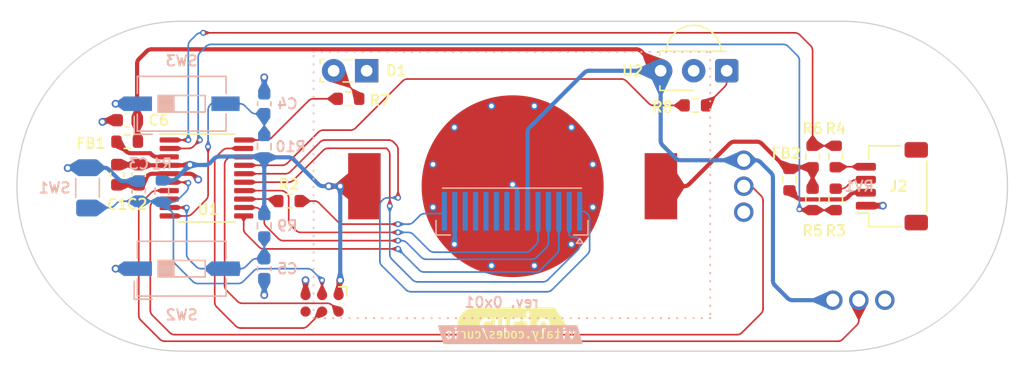
<source format=kicad_pcb>
(kicad_pcb (version 20221018) (generator pcbnew)
  (layers (0 "F.Cu" signal) (1 "In1.Cu" power) (2 "In2.Cu" power) (31 "B.Cu" signal) (34 "B.Paste" user) (35 "F.Paste" user) (36 "B.SilkS" user "B.Silkscreen") (37 "F.SilkS" user "F.Silkscreen") (38 "B.Mask" user) (39 "F.Mask" user) (44 "Edge.Cuts" user))
  (net 0 "")
  (net 1 "+BATT")
  (net 2 "/RST")
  (net 3 "/BTN_B")
  (net 4 "/BTN_A")
  (net 5 "Vdrive")
  (net 6 "Net-(D1-A)")
  (net 7 "/VDD_EXT")
  (net 8 "Net-(J1-Pin_2)")
  (net 9 "Net-(J1-Pin_4)")
  (net 11 "Net-(J2-Pin_3)")
  (net 12 "Net-(J2-Pin_4)")
  (net 13 "/LCD_BLK")
  (net 14 "Net-(U3-LED_A)")
  (net 15 "/I2C_SDA")
  (net 16 "/I2C_SCL")
  (net 17 "/IR_TX")
  (net 18 "/IR_RX")
  (net 19 "Net-(U2-OUT)")
  (net 20 "/THUMB_X")
  (net 21 "/THUMB_Y")
  (net 22 "/LCD_A0")
  (net 23 "/LCD_SCLK")
  (net 24 "/LCD_SDA")
  (net 25 "/LCD_RST")
  (net 26 "/LCD_CS")
  (net 27 "GND")
  (net 33 "/V_EXT")
  (footprint "Capacitor_SMD:C_0603_1608Metric" (layer "F.Cu") (at 113.538 96.901 -90)
    (fp_text reference "C2")
    (fp_text value "100nF")
  )
  (footprint "Resistor_SMD:R_0603_1608Metric" (layer "F.Cu") (at 125.095 98.933)
    (fp_text reference "R2")
    (fp_text value "190R")
  )
  (footprint "kibuzzard-633E88FC" (layer "F.Cu") (at 142.24 108.458)
    (fp_text reference "kibuzzard-633E88FC" hide)
    (fp_text value "G***" hide)
  )
  (footprint "Package_SO:TSSOP-20_4.4x6.5mm_P0.65mm" (layer "F.Cu") (at 118.745 97.155)
    (fp_text reference "U1")
    (fp_text value "STM32G0xxFx")
  )
  (footprint "Resistor_SMD:R_0603_1608Metric" (layer "F.Cu") (at 165.354 98.806 -90)
    (fp_text reference "R5")
    (fp_text value "4K7")
  )
  (footprint "LED_THT:LED_SideEmitter_Rectangular_W4.5mm_H1.6mm" (layer "F.Cu") (at 131.064 88.9 180)
    (fp_text reference "D1")
    (fp_text value "IRL81A")
  )
  (footprint "Resistor_SMD:R_0603_1608Metric" (layer "F.Cu") (at 156.337 91.567)
    (fp_text reference "R8")
    (fp_text value "190R")
  )
  (footprint "lib:Tag-Connect_TC2030-IDC-NL_2x03_P1.27mm_Vertical" (layer "F.Cu") (at 127.635 106.807 180)
    (fp_text reference "J1" hide)
    (fp_text value "TagConnect")
  )
  (footprint "OptoDevice:Vishay_MINICAST-3Pin" (layer "F.Cu") (at 158.75 88.9 180)
    (fp_text reference "U2")
    (fp_text value "TSSP58038")
  )
  (footprint "Resistor_SMD:R_0603_1608Metric" (layer "F.Cu") (at 129.667 91.059 180)
    (fp_text reference "R7")
    (fp_text value "1K")
  )
  (footprint "Capacitor_SMD:C_0603_1608Metric" (layer "F.Cu") (at 111.887 96.901 -90)
    (fp_text reference "C1")
    (fp_text value "10uF")
  )
  (footprint "Resistor_SMD:R_0603_1608Metric" (layer "F.Cu") (at 112.649 94.361 180)
    (fp_text reference "FB1")
    (fp_text value "FerriteBead")
  )
  (footprint "Resistor_SMD:R_0603_1608Metric" (layer "F.Cu") (at 167.132 98.806 90)
    (fp_text reference "R3")
    (fp_text value "190R")
  )
  (footprint "Capacitor_SMD:C_0603_1608Metric" (layer "F.Cu") (at 112.649 92.71 180)
    (fp_text reference "C6")
    (fp_text value "10uF")
  )
  (footprint "Connector_JST:JST_SH_SM04B-SRSS-TB_1x04-1MP_P1.00mm_Horizontal" (layer "F.Cu") (at 171.45 97.79 90)
    (fp_text reference "J2")
    (fp_text value "Qwiic")
  )
  (footprint "Resistor_SMD:R_0603_1608Metric" (layer "F.Cu") (at 167.132 95.504 -90)
    (fp_text reference "R4")
    (fp_text value "190R")
  )
  (footprint "Resistor_SMD:R_0603_1608Metric" (layer "F.Cu") (at 163.576 97.282 90)
    (fp_text reference "FB2")
    (fp_text value "FerriteBead")
  )
  (footprint "Resistor_SMD:R_0603_1608Metric" (layer "F.Cu") (at 165.354 95.504 90)
    (fp_text reference "R6")
    (fp_text value "4K7")
  )
  (footprint "curio:BatteryHolder-Lynx-BAT-HLD-001" (layer "F.Cu") (at 142.289912 97.79)
    (fp_text reference "BT1" hide)
    (fp_text value "CR2030")
  )
  (footprint "Resistor_SMD:R_0603_1608Metric" (layer "B.Cu") (at 123.19 100.838 -90)
    (fp_text reference "R9")
    (fp_text value "10K")
  )
  (footprint "kibuzzard-633E88B5" (layer "B.Cu") (at 142.113 109.22 180)
    (fp_text reference "kibuzzard-633E88B5" hide)
    (fp_text value "G***" hide)
  )
  (footprint "Button_Switch_SMD:SW_DIP_SPSTx01_Slide_6.7x4.1mm_W6.73mm_P2.54mm_LowProfile_JPin" (layer "B.Cu") (at 116.84 104.14)
    (fp_text reference "SW2")
    (fp_text value "BTN_A")
  )
  (footprint "Resistor_SMD:R_0603_1608Metric" (layer "B.Cu") (at 123.19 94.742 90)
    (fp_text reference "R10")
    (fp_text value "10K")
  )
  (footprint "Resistor_SMD:R_1206_3216Metric_Pad1.30x1.75mm_HandSolder" (layer "B.Cu") (at 109.601 97.917 -90)
    (fp_text reference "SW1")
    (fp_text value "Reset")
  )
  (footprint "Capacitor_SMD:C_0603_1608Metric" (layer "B.Cu") (at 123.19 91.44 90)
    (fp_text reference "C4")
    (fp_text value "100nF")
  )
  (footprint "curio:Thumbstick" (layer "B.Cu") (at 168.91 97.79 180)
    (fp_text reference "RV1")
    (fp_text value "Thumbstick")
  )
  (footprint "Capacitor_SMD:C_0603_1608Metric" (layer "B.Cu") (at 123.19 104.14 -90)
    (fp_text reference "C5")
    (fp_text value "100nF")
  )
  (footprint "Button_Switch_SMD:SW_DIP_SPSTx01_Slide_6.7x4.1mm_W6.73mm_P2.54mm_LowProfile_JPin" (layer "B.Cu") (at 116.84 91.44)
    (fp_text reference "SW3")
    (fp_text value "BTN_B")
  )
  (footprint "Resistor_SMD:R_0603_1608Metric" (layer "B.Cu") (at 115.316 98.171 -90)
    (fp_text reference "R1")
    (fp_text value "10K")
  )
  (footprint "curio:LCD_FPC_1x14_P0.80mm" (layer "B.Cu") (at 142.24 100.224112)
    (fp_text reference "U3" hide)
    (fp_text value "LCD12864")
  )
  (footprint "Capacitor_SMD:C_0603_1608Metric" (layer "B.Cu") (at 113.538 98.171 90)
    (fp_text reference "C3")
    (fp_text value "100nF")
  )
  (gr_rect (start 126.98 87.45) (end 157.48 107.95) (stroke (width 0.15) (type dot)) (fill none) (layer "B.SilkS"))
  (gr_line (start 116.875245 110.49) (end 167.64 110.49) (stroke (width 0.1)) (layer "Edge.Cuts"))
  (gr_arc (start 116.875245 110.49) (mid 104.175245 97.79) (end 116.875245 85.09) (stroke (width 0.1)) (layer "Edge.Cuts"))
  (gr_line (start 116.875245 85.09) (end 167.64 85.09) (stroke (width 0.1)) (layer "Edge.Cuts"))
  (gr_arc (start 167.64 85.09) (mid 180.34 97.79) (end 167.64 110.49) (stroke (width 0.1)) (layer "Edge.Cuts"))
  (gr_text "rev. 0x01" (at 144.399 107.188) (layer "B.SilkS") (effects (font (size 0.8 0.8) (thickness 0.14) bold) (justify left bottom mirror)))
  (segment (start 163.576 96.457) (end 163.386 96.457) (width 0.32) (layer "F.Cu") (net 1))
  (segment (start 165.354 97.981) (end 165.354 96.329) (width 0.32) (layer "F.Cu") (net 1))
  (segment (start 111.887 96.126) (end 111.9 96.139) (width 0.32) (layer "F.Cu") (net 1))
  (segment (start 128.905 106.172) (end 128.905 105.156) (width 0.32) (layer "F.Cu") (net 1))
  (segment (start 113.538 96.126) (end 113.592 96.18) (width 0.32) (layer "F.Cu") (net 1))
  (segment (start 113.525 96.139) (end 113.538 96.126) (width 0.32) (layer "F.Cu") (net 1))
  (segment (start 161.062183 94.361) (end 159.358817 94.361) (width 0.32) (layer "F.Cu") (net 1))
  (segment (start 117.449394 96.18) (end 115.8825 96.18) (width 0.32) (layer "F.Cu") (net 1))
  (segment (start 165.354 96.329) (end 163.704 96.329) (width 0.32) (layer "F.Cu") (net 1))
  (segment (start 128.905 105.156) (end 129.032 105.029) (width 0.32) (layer "F.Cu") (net 1))
  (segment (start 155.474183 97.79) (end 153.689912 97.79) (width 0.32) (layer "F.Cu") (net 1))
  (segment (start 163.704 96.329) (end 163.576 96.457) (width 0.32) (layer "F.Cu") (net 1))
  (segment (start 111.9 96.139) (end 113.525 96.139) (width 0.32) (layer "F.Cu") (net 1))
  (segment (start 128.143 97.79) (end 130.889912 97.79) (width 0.32) (layer "F.Cu") (net 1))
  (segment (start 158.969908 94.522092) (end 155.863091 97.628909) (width 0.32) (layer "F.Cu") (net 1))
  (segment (start 113.592 96.18) (end 115.8825 96.18) (width 0.32) (layer "F.Cu") (net 1))
  (segment (start 163.386 96.457) (end 161.451091 94.522091) (width 0.32) (layer "F.Cu") (net 1))
  (via (at 117.475 96.139) (size 0.6) (drill 0.35) (layers "F.Cu" "B.Cu") (net 1))
  (via (at 128.143 97.79) (size 0.6) (drill 0.35) (layers "F.Cu" "B.Cu") (net 1))
  (via (at 129.032 105.029) (size 0.6) (drill 0.35) (layers "F.Cu" "B.Cu") (net 1))
  (via (at 129.032 97.79) (size 0.6) (drill 0.35) (layers "F.Cu" "B.Cu") (net 1))
  (arc (start 159.358817 94.361) (mid 159.148341 94.402866) (end 158.969908 94.522092) (width 0.32) (layer "F.Cu") (net 1))
  (arc (start 155.863091 97.628909) (mid 155.684658 97.748134) (end 155.474183 97.79) (width 0.32) (layer "F.Cu") (net 1))
  (arc (start 161.451091 94.522091) (mid 161.272659 94.402866) (end 161.062183 94.361) (width 0.32) (layer "F.Cu") (net 1))
  (segment (start 116.040183 97.346) (end 115.316 97.346) (width 0.32) (layer "B.Cu") (net 1))
  (segment (start 123.19 95.567) (end 123.19 100.013) (width 0.32) (layer "B.Cu") (net 1))
  (segment (start 123.127 95.504) (end 123.19 95.567) (width 0.32) (layer "B.Cu") (net 1))
  (segment (start 119.017697 95.993303) (end 119.345908 95.665092) (width 0.32) (layer "B.Cu") (net 1))
  (segment (start 119.734817 95.504) (end 123.127 95.504) (width 0.32) (layer "B.Cu") (net 1))
  (segment (start 129.032 105.029) (end 129.032 97.79) (width 0.32) (layer "B.Cu") (net 1))
  (segment (start 117.476402 96.152992) (end 118.701013 96.152992) (width 0.32) (layer "B.Cu") (net 1))
  (segment (start 129.032 97.79) (end 127.735817 97.79) (width 0.32) (layer "B.Cu") (net 1))
  (segment (start 117.475 96.154394) (end 117.476402 96.152992) (width 0.32) (layer "B.Cu") (net 1))
  (segment (start 127.346908 97.628908) (end 125.446091 95.728091) (width 0.32) (layer "B.Cu") (net 1))
  (segment (start 117.459606 96.154394) (end 116.429091 97.184909) (width 0.32) (layer "B.Cu") (net 1))
  (segment (start 125.057183 95.567) (end 123.19 95.567) (width 0.32) (layer "B.Cu") (net 1))
  (segment (start 117.475 96.154394) (end 117.459606 96.154394) (width 0.32) (layer "B.Cu") (net 1))
  (arc (start 125.446091 95.728091) (mid 125.267658 95.608866) (end 125.057183 95.567) (width 0.32) (layer "B.Cu") (net 1))
  (arc (start 127.346908 97.628908) (mid 127.525341 97.748133) (end 127.735817 97.79) (width 0.32) (layer "B.Cu") (net 1))
  (arc (start 119.345908 95.665092) (mid 119.524341 95.545867) (end 119.734817 95.504) (width 0.32) (layer "B.Cu") (net 1))
  (arc (start 116.429091 97.184909) (mid 116.250659 97.304134) (end 116.040183 97.346) (width 0.32) (layer "B.Cu") (net 1))
  (arc (start 118.701013 96.152992) (mid 118.872047 96.097672) (end 119.017697 95.993303) (width 0.32) (layer "B.Cu") (net 1))
  (segment (start 115.8825 97.48) (end 117.292 97.48) (width 0.127) (layer "F.Cu") (net 2))
  (segment (start 117.292 97.48) (end 117.348 97.536) (width 0.127) (layer "F.Cu") (net 2))
  (segment (start 127.635 105.029) (end 127.635 106.172) (width 0.127) (layer "F.Cu") (net 2))
  (via (at 127.635 105.029) (size 0.4572) (drill 0.254) (layers "F.Cu" "B.Cu") (net 2))
  (via (at 117.348 97.536) (size 0.4572) (drill 0.254) (layers "F.Cu" "B.Cu") (net 2))
  (segment (start 126.907092 104.301092) (end 127.635 105.029) (width 0.127) (layer "B.Cu") (net 2))
  (segment (start 109.627 99.441) (end 111.278183 99.441) (width 0.127) (layer "B.Cu") (net 2))
  (segment (start 116.166183 98.996) (end 115.316 98.996) (width 0.127) (layer "B.Cu") (net 2))
  (segment (start 112.228817 98.946) (end 113.538 98.946) (width 0.127) (layer "B.Cu") (net 2))
  (segment (start 115.266 98.946) (end 115.316 98.996) (width 0.127) (layer "B.Cu") (net 2))
  (segment (start 117.348 97.536) (end 117.348 97.814183) (width 0.127) (layer "B.Cu") (net 2))
  (segment (start 121.573092 105.121908) (end 122.393909 104.301091) (width 0.127) (layer "B.Cu") (net 2))
  (segment (start 116.366092 103.793092) (end 117.694909 105.121909) (width 0.127) (layer "B.Cu") (net 2))
  (segment (start 122.782817 104.14) (end 126.518183 104.14) (width 0.127) (layer "B.Cu") (net 2))
  (segment (start 116.205 100.112817) (end 116.205 103.404183) (width 0.127) (layer "B.Cu") (net 2))
  (segment (start 115.316 98.996) (end 116.043909 99.723909) (width 0.127) (layer "B.Cu") (net 2))
  (segment (start 109.601 99.467) (end 109.627 99.441) (width 0.127) (layer "B.Cu") (net 2))
  (segment (start 117.186908 98.203092) (end 116.555091 98.834909) (width 0.127) (layer "B.Cu") (net 2))
  (segment (start 111.667092 99.279908) (end 111.839909 99.107091) (width 0.127) (layer "B.Cu") (net 2))
  (segment (start 113.538 98.946) (end 115.266 98.946) (width 0.127) (layer "B.Cu") (net 2))
  (segment (start 118.083817 105.283) (end 121.184183 105.283) (width 0.127) (layer "B.Cu") (net 2))
  (arc (start 121.573092 105.121908) (mid 121.394659 105.241133) (end 121.184183 105.283) (width 0.127) (layer "B.Cu") (net 2))
  (arc (start 126.907092 104.301092) (mid 126.728659 104.181867) (end 126.518183 104.14) (width 0.127) (layer "B.Cu") (net 2))
  (arc (start 111.667092 99.279908) (mid 111.488659 99.399133) (end 111.278183 99.441) (width 0.127) (layer "B.Cu") (net 2))
  (arc (start 118.083817 105.283) (mid 117.873341 105.241134) (end 117.694909 105.121909) (width 0.127) (layer "B.Cu") (net 2))
  (arc (start 116.205 103.404183) (mid 116.246866 103.614659) (end 116.366092 103.793092) (width 0.127) (layer "B.Cu") (net 2))
  (arc (start 116.555091 98.834909) (mid 116.376658 98.954134) (end 116.166183 98.996) (width 0.127) (layer "B.Cu") (net 2))
  (arc (start 111.839909 99.107091) (mid 112.018342 98.987866) (end 112.228817 98.946) (width 0.127) (layer "B.Cu") (net 2))
  (arc (start 117.186908 98.203092) (mid 117.306133 98.024659) (end 117.348 97.814183) (width 0.127) (layer "B.Cu") (net 2))
  (arc (start 116.205 100.112817) (mid 116.163134 99.902341) (end 116.043909 99.723909) (width 0.127) (layer "B.Cu") (net 2))
  (arc (start 122.782817 104.14) (mid 122.572341 104.181866) (end 122.393909 104.301091) (width 0.127) (layer "B.Cu") (net 2))
  (segment (start 118.710908 98.840092) (end 117.632091 99.918909) (width 0.127) (layer "F.Cu") (net 3))
  (segment (start 118.872 94.742) (end 118.872 98.451183) (width 0.127) (layer "F.Cu") (net 3))
  (segment (start 117.243183 100.08) (end 115.8825 100.08) (width 0.127) (layer "F.Cu") (net 3))
  (via (at 118.872 94.742) (size 0.4572) (drill 0.254) (layers "F.Cu" "B.Cu") (net 3))
  (arc (start 118.872 98.451183) (mid 118.830134 98.661659) (end 118.710908 98.840092) (width 0.127) (layer "F.Cu") (net 3))
  (arc (start 117.243183 100.08) (mid 117.453659 100.038134) (end 117.632091 99.918909) (width 0.127) (layer "F.Cu") (net 3))
  (segment (start 123.19 93.917) (end 123.19 92.215) (width 0.127) (layer "B.Cu") (net 3))
  (segment (start 119.033092 91.532908) (end 119.126 91.44) (width 0.127) (layer "B.Cu") (net 3))
  (segment (start 121.311183 91.44) (end 120.205 91.44) (width 0.127) (layer "B.Cu") (net 3))
  (segment (start 123.19 92.215) (end 122.541817 92.215) (width 0.127) (layer "B.Cu") (net 3))
  (segment (start 118.872 94.742) (end 118.872 91.921817) (width 0.127) (layer "B.Cu") (net 3))
  (segment (start 122.152908 92.053908) (end 121.700091 91.601091) (width 0.127) (layer "B.Cu") (net 3))
  (segment (start 119.126 91.44) (end 120.205 91.44) (width 0.127) (layer "B.Cu") (net 3))
  (arc (start 121.311183 91.44) (mid 121.521659 91.481866) (end 121.700091 91.601091) (width 0.127) (layer "B.Cu") (net 3))
  (arc (start 119.033092 91.532908) (mid 118.913867 91.711341) (end 118.872 91.921817) (width 0.127) (layer "B.Cu") (net 3))
  (arc (start 122.541817 92.215) (mid 122.331341 92.173134) (end 122.152908 92.053908) (width 0.127) (layer "B.Cu") (net 3))
  (segment (start 117.21 99.43) (end 115.8825 99.43) (width 0.127) (layer "F.Cu") (net 4))
  (segment (start 117.221 99.441) (end 117.21 99.43) (width 0.127) (layer "F.Cu") (net 4))
  (via (at 117.221 99.441) (size 0.4572) (drill 0.254) (layers "F.Cu" "B.Cu") (net 4))
  (segment (start 117.221 99.441) (end 117.221 103.023183) (width 0.127) (layer "B.Cu") (net 4))
  (segment (start 118.337817 104.14) (end 120.205 104.14) (width 0.127) (layer "B.Cu") (net 4))
  (segment (start 122.216408 103.526092) (end 121.763591 103.978909) (width 0.127) (layer "B.Cu") (net 4))
  (segment (start 123.19 103.365) (end 123.19 101.663) (width 0.127) (layer "B.Cu") (net 4))
  (segment (start 121.374683 104.14) (end 120.205 104.14) (width 0.127) (layer "B.Cu") (net 4))
  (segment (start 117.382092 103.412092) (end 117.948909 103.978909) (width 0.127) (layer "B.Cu") (net 4))
  (segment (start 123.19 103.365) (end 122.605317 103.365) (width 0.127) (layer "B.Cu") (net 4))
  (arc (start 122.216408 103.526092) (mid 122.394841 103.406867) (end 122.605317 103.365) (width 0.127) (layer "B.Cu") (net 4))
  (arc (start 117.948909 103.978909) (mid 118.127342 104.098134) (end 118.337817 104.14) (width 0.127) (layer "B.Cu") (net 4))
  (arc (start 121.763591 103.978909) (mid 121.585158 104.098134) (end 121.374683 104.14) (width 0.127) (layer "B.Cu") (net 4))
  (arc (start 117.382092 103.412092) (mid 117.262867 103.233659) (end 117.221 103.023183) (width 0.127) (layer "B.Cu") (net 4))
  (segment (start 113.411 94.298) (end 113.411 92.723) (width 0.32) (layer "F.Cu") (net 5))
  (segment (start 113.411 92.723) (end 113.424 92.71) (width 0.32) (layer "F.Cu") (net 5))
  (segment (start 113.572092 87.976908) (end 114.138909 87.410091) (width 0.32) (layer "F.Cu") (net 5))
  (segment (start 114.527817 87.249) (end 151.791183 87.249) (width 0.32) (layer "F.Cu") (net 5))
  (segment (start 113.474 94.361) (end 113.411 94.298) (width 0.32) (layer "F.Cu") (net 5))
  (segment (start 113.424 92.71) (end 113.411 92.697) (width 0.32) (layer "F.Cu") (net 5))
  (segment (start 113.411 92.697) (end 113.411 88.365817) (width 0.32) (layer "F.Cu") (net 5))
  (segment (start 152.180092 87.410092) (end 153.67 88.9) (width 0.32) (layer "F.Cu") (net 5))
  (arc (start 114.138909 87.410091) (mid 114.317342 87.290866) (end 114.527817 87.249) (width 0.32) (layer "F.Cu") (net 5))
  (arc (start 113.572092 87.976908) (mid 113.452867 88.155341) (end 113.411 88.365817) (width 0.32) (layer "F.Cu") (net 5))
  (arc (start 152.180092 87.410092) (mid 152.001659 87.290867) (end 151.791183 87.249) (width 0.32) (layer "F.Cu") (net 5))
  (segment (start 162.144908 96.739908) (end 161.356091 95.951091) (width 0.32) (layer "B.Cu") (net 5))
  (segment (start 160.967183 95.79) (end 160.06 95.79) (width 0.32) (layer "B.Cu") (net 5))
  (segment (start 148.182817 88.9) (end 153.67 88.9) (width 0.32) (layer "B.Cu") (net 5))
  (segment (start 143.44 99.716112) (end 143.44 93.642817) (width 0.32) (layer "B.Cu") (net 5))
  (segment (start 162.306 105.055183) (end 162.306 97.128817) (width 0.32) (layer "B.Cu") (net 5))
  (segment (start 153.67 88.9) (end 153.67 94.260183) (width 0.32) (layer "B.Cu") (net 5))
  (segment (start 153.831092 94.649092) (end 154.810909 95.628909) (width 0.32) (layer "B.Cu") (net 5))
  (segment (start 143.601092 93.253908) (end 147.793909 89.061091) (width 0.32) (layer "B.Cu") (net 5))
  (segment (start 166.91 106.565) (end 163.815817 106.565) (width 0.32) (layer "B.Cu") (net 5))
  (segment (start 155.199817 95.79) (end 160.06 95.79) (width 0.32) (layer "B.Cu") (net 5))
  (segment (start 163.426908 106.403908) (end 162.467091 105.444091) (width 0.32) (layer "B.Cu") (net 5))
  (arc (start 162.306 105.055183) (mid 162.347866 105.265659) (end 162.467091 105.444091) (width 0.32) (layer "B.Cu") (net 5))
  (arc (start 162.306 97.128817) (mid 162.264134 96.918341) (end 162.144908 96.739908) (width 0.32) (layer "B.Cu") (net 5))
  (arc (start 153.831092 94.649092) (mid 153.711867 94.470659) (end 153.67 94.260183) (width 0.32) (layer "B.Cu") (net 5))
  (arc (start 154.810909 95.628909) (mid 154.989342 95.748134) (end 155.199817 95.79) (width 0.32) (layer "B.Cu") (net 5))
  (arc (start 163.426908 106.403908) (mid 163.605341 106.523133) (end 163.815817 106.565) (width 0.32) (layer "B.Cu") (net 5))
  (arc (start 143.44 93.642817) (mid 143.481866 93.432341) (end 143.601092 93.253908) (width 0.32) (layer "B.Cu") (net 5))
  (arc (start 160.967183 95.79) (mid 161.177659 95.831866) (end 161.356091 95.951091) (width 0.32) (layer "B.Cu") (net 5))
  (arc (start 148.182817 88.9) (mid 147.972341 88.941866) (end 147.793909 89.061091) (width 0.32) (layer "B.Cu") (net 5))
  (segment (start 130.492 90.868) (end 130.492 91.059) (width 0.127) (layer "F.Cu") (net 6))
  (segment (start 128.524 88.9) (end 130.492 90.868) (width 0.127) (layer "F.Cu") (net 6))
  (segment (start 167.666183 98.806) (end 164.502817 98.806) (width 0.32) (layer "F.Cu") (net 7))
  (segment (start 168.248908 98.451092) (end 168.055091 98.644909) (width 0.32) (layer "F.Cu") (net 7))
  (segment (start 169.45 98.29) (end 168.637817 98.29) (width 0.32) (layer "F.Cu") (net 7))
  (segment (start 164.113908 98.644908) (end 163.576 98.107) (width 0.32) (layer "F.Cu") (net 7))
  (arc (start 167.666183 98.806) (mid 167.876659 98.764134) (end 168.055091 98.644909) (width 0.32) (layer "F.Cu") (net 7))
  (arc (start 168.637817 98.29) (mid 168.427341 98.331866) (end 168.248908 98.451092) (width 0.32) (layer "F.Cu") (net 7))
  (arc (start 164.502817 98.806) (mid 164.292341 98.764134) (end 164.113908 98.644908) (width 0.32) (layer "F.Cu") (net 7))
  (segment (start 121.6075 95.53) (end 120.724817 95.53) (width 0.127) (layer "F.Cu") (net 8))
  (segment (start 120.303092 105.825092) (end 121.123909 106.645909) (width 0.127) (layer "F.Cu") (net 8))
  (segment (start 128.431092 106.968092) (end 128.905 107.442) (width 0.127) (layer "F.Cu") (net 8))
  (segment (start 120.335908 95.691092) (end 120.303091 95.723909) (width 0.127) (layer "F.Cu") (net 8))
  (segment (start 120.142 96.112817) (end 120.142 105.436183) (width 0.127) (layer "F.Cu") (net 8))
  (segment (start 121.512817 106.807) (end 128.042183 106.807) (width 0.127) (layer "F.Cu") (net 8))
  (arc (start 120.142 96.112817) (mid 120.183866 95.902341) (end 120.303091 95.723909) (width 0.127) (layer "F.Cu") (net 8))
  (arc (start 120.724817 95.53) (mid 120.514341 95.571866) (end 120.335908 95.691092) (width 0.127) (layer "F.Cu") (net 8))
  (arc (start 121.123909 106.645909) (mid 121.302342 106.765134) (end 121.512817 106.807) (width 0.127) (layer "F.Cu") (net 8))
  (arc (start 128.042183 106.807) (mid 128.252659 106.848866) (end 128.431092 106.968092) (width 0.127) (layer "F.Cu") (net 8))
  (arc (start 120.303092 105.825092) (mid 120.183867 105.646659) (end 120.142 105.436183) (width 0.127) (layer "F.Cu") (net 8))
  (segment (start 119.541092 107.095092) (end 120.996909 108.550909) (width 0.127) (layer "F.Cu") (net 9))
  (segment (start 119.969908 95.041092) (end 119.541091 95.469909) (width 0.127) (layer "F.Cu") (net 9))
  (segment (start 121.385817 108.712) (end 126.137183 108.712) (width 0.127) (layer "F.Cu") (net 9))
  (segment (start 126.526092 108.550908) (end 127.635 107.442) (width 0.127) (layer "F.Cu") (net 9))
  (segment (start 121.6075 94.88) (end 120.358817 94.88) (width 0.127) (layer "F.Cu") (net 9))
  (segment (start 119.38 95.858817) (end 119.38 106.706183) (width 0.127) (layer "F.Cu") (net 9))
  (arc (start 126.137183 108.712) (mid 126.347659 108.670134) (end 126.526092 108.550908) (width 0.127) (layer "F.Cu") (net 9))
  (arc (start 121.385817 108.712) (mid 121.175341 108.670134) (end 120.996909 108.550909) (width 0.127) (layer "F.Cu") (net 9))
  (arc (start 119.969908 95.041092) (mid 120.148341 94.921867) (end 120.358817 94.88) (width 0.127) (layer "F.Cu") (net 9))
  (arc (start 119.38 106.706183) (mid 119.421866 106.916659) (end 119.541092 107.095092) (width 0.127) (layer "F.Cu") (net 9))
  (arc (start 119.38 95.858817) (mid 119.421866 95.648341) (end 119.541091 95.469909) (width 0.127) (layer "F.Cu") (net 9))
  (segment (start 167.570683 97.981) (end 167.132 97.981) (width 0.127) (layer "F.Cu") (net 11))
  (segment (start 169.45 97.29) (end 168.717317 97.29) (width 0.127) (layer "F.Cu") (net 11))
  (segment (start 168.328408 97.451092) (end 167.959591 97.819909) (width 0.127) (layer "F.Cu") (net 11))
  (arc (start 167.570683 97.981) (mid 167.781159 97.939134) (end 167.959591 97.819909) (width 0.127) (layer "F.Cu") (net 11))
  (arc (start 168.717317 97.29) (mid 168.506841 97.331866) (end 168.328408 97.451092) (width 0.127) (layer "F.Cu") (net 11))
  (segment (start 169.45 96.29) (end 167.171 96.29) (width 0.127) (layer "F.Cu") (net 12))
  (segment (start 167.171 96.29) (end 167.132 96.329) (width 0.127) (layer "F.Cu") (net 12))
  (segment (start 124.27 98.933) (end 124.267664 98.933) (width 0.127) (layer "F.Cu") (net 13))
  (segment (start 123.909893 98.78) (end 121.6075 98.78) (width 0.127) (layer "F.Cu") (net 13))
  (segment (start 124.267664 98.933) (end 124.215886 98.881222) (width 0.127) (layer "F.Cu") (net 13))
  (arc (start 124.215886 98.881222) (mid 124.070614 98.806533) (end 123.909893 98.78) (width 0.127) (layer "F.Cu") (net 13))
  (segment (start 125.921655 98.934655) (end 125.92 98.933) (width 0.127) (layer "F.Cu") (net 14))
  (segment (start 133.477 100.711) (end 129.259817 100.711) (width 0.127) (layer "F.Cu") (net 14))
  (segment (start 128.870908 100.549908) (end 127.400446 99.079446) (width 0.127) (layer "F.Cu") (net 14))
  (segment (start 127.112501 98.934655) (end 125.921655 98.934655) (width 0.127) (layer "F.Cu") (net 14))
  (via (at 133.477 100.711) (size 0.4572) (drill 0.254) (layers "F.Cu" "B.Cu") (net 14))
  (arc (start 127.400446 99.079446) (mid 127.268036 98.984565) (end 127.112501 98.934655) (width 0.127) (layer "F.Cu") (net 14))
  (arc (start 129.259817 100.711) (mid 129.049341 100.669133) (end 128.870908 100.549908) (width 0.127) (layer "F.Cu") (net 14))
  (segment (start 134.654092 100.549908) (end 135.144895 100.059105) (width 0.127) (layer "B.Cu") (net 14))
  (segment (start 133.477 100.711) (end 134.265183 100.711) (width 0.127) (layer "B.Cu") (net 14))
  (segment (start 137.01919 99.736922) (end 137.04 99.716112) (width 0.127) (layer "B.Cu") (net 14))
  (segment (start 135.533803 99.898014) (end 136.630281 99.898014) (width 0.127) (layer "B.Cu") (net 14))
  (arc (start 136.630281 99.898014) (mid 136.840757 99.856148) (end 137.01919 99.736922) (width 0.127) (layer "B.Cu") (net 14))
  (arc (start 134.654092 100.549908) (mid 134.475659 100.669133) (end 134.265183 100.711) (width 0.127) (layer "B.Cu") (net 14))
  (arc (start 135.144895 100.059105) (mid 135.323328 99.93988) (end 135.533803 99.898014) (width 0.127) (layer "B.Cu") (net 14))
  (segment (start 167.132 99.631) (end 165.354 99.631) (width 0.127) (layer "F.Cu") (net 15))
  (segment (start 164.401 99.631) (end 164.338 99.568) (width 0.127) (layer "F.Cu") (net 15))
  (segment (start 117.363183 94.88) (end 115.8825 94.88) (width 0.127) (layer "F.Cu") (net 15))
  (segment (start 118.237 94.234) (end 117.752091 94.718909) (width 0.127) (layer "F.Cu") (net 15))
  (segment (start 165.354 99.631) (end 164.401 99.631) (width 0.127) (layer "F.Cu") (net 15))
  (via (at 118.237 94.234) (size 0.4572) (drill 0.254) (layers "F.Cu" "B.Cu") (net 15))
  (via (at 164.338 99.568) (size 0.4572) (drill 0.254) (layers "F.Cu" "B.Cu") (net 15))
  (arc (start 117.363183 94.88) (mid 117.573659 94.838134) (end 117.752091 94.718909) (width 0.127) (layer "F.Cu") (net 15))
  (segment (start 118.237 94.234) (end 118.11 94.107) (width 0.127) (layer "B.Cu") (net 15))
  (segment (start 118.271092 87.468908) (end 118.710909 87.029091) (width 0.127) (layer "B.Cu") (net 15))
  (segment (start 119.099817 86.868) (end 163.094183 86.868) (width 0.127) (layer "B.Cu") (net 15))
  (segment (start 118.11 94.107) (end 118.11 87.857817) (width 0.127) (layer "B.Cu") (net 15))
  (segment (start 164.338 88.111817) (end 164.338 99.568) (width 0.127) (layer "B.Cu") (net 15))
  (segment (start 163.483092 87.029092) (end 164.176909 87.722909) (width 0.127) (layer "B.Cu") (net 15))
  (arc (start 118.271092 87.468908) (mid 118.151867 87.647341) (end 118.11 87.857817) (width 0.127) (layer "B.Cu") (net 15))
  (arc (start 164.176909 87.722909) (mid 164.296134 87.901342) (end 164.338 88.111817) (width 0.127) (layer "B.Cu") (net 15))
  (arc (start 119.099817 86.868) (mid 118.889341 86.909866) (end 118.710909 87.029091) (width 0.127) (layer "B.Cu") (net 15))
  (arc (start 163.483092 87.029092) (mid 163.304659 86.909867) (end 163.094183 86.868) (width 0.127) (layer "B.Cu") (net 15))
  (segment (start 118.491 85.979) (end 163.983183 85.979) (width 0.127) (layer "F.Cu") (net 16))
  (segment (start 117.344 94.23) (end 117.348 94.234) (width 0.127) (layer "F.Cu") (net 16))
  (segment (start 115.8825 94.23) (end 117.344 94.23) (width 0.127) (layer "F.Cu") (net 16))
  (segment (start 164.372092 86.140092) (end 165.192909 86.960909) (width 0.127) (layer "F.Cu") (net 16))
  (segment (start 165.354 87.349817) (end 165.354 94.679) (width 0.127) (layer "F.Cu") (net 16))
  (segment (start 167.132 94.679) (end 165.354 94.679) (width 0.127) (layer "F.Cu") (net 16))
  (via (at 117.348 94.234) (size 0.4572) (drill 0.254) (layers "F.Cu" "B.Cu") (net 16))
  (via (at 118.491 85.979) (size 0.4572) (drill 0.254) (layers "F.Cu" "B.Cu") (net 16))
  (arc (start 164.372092 86.140092) (mid 164.193659 86.020867) (end 163.983183 85.979) (width 0.127) (layer "F.Cu") (net 16))
  (arc (start 165.192909 86.960909) (mid 165.312134 87.139342) (end 165.354 87.349817) (width 0.127) (layer "F.Cu") (net 16))
  (segment (start 117.948908 86.140092) (end 117.509091 86.579909) (width 0.127) (layer "B.Cu") (net 16))
  (segment (start 117.348 86.968817) (end 117.348 94.234) (width 0.127) (layer "B.Cu") (net 16))
  (segment (start 118.491 85.979) (end 118.337817 85.979) (width 0.127) (layer "B.Cu") (net 16))
  (arc (start 118.337817 85.979) (mid 118.127341 86.020866) (end 117.948908 86.140092) (width 0.127) (layer "B.Cu") (net 16))
  (arc (start 117.348 86.968817) (mid 117.389866 86.758341) (end 117.509091 86.579909) (width 0.127) (layer "B.Cu") (net 16))
  (segment (start 121.6075 94.23) (end 123.347183 94.23) (width 0.127) (layer "F.Cu") (net 17))
  (segment (start 123.736092 94.068908) (end 126.584909 91.220091) (width 0.127) (layer "F.Cu") (net 17))
  (segment (start 126.973817 91.059) (end 128.842 91.059) (width 0.127) (layer "F.Cu") (net 17))
  (arc (start 126.584909 91.220091) (mid 126.763342 91.100866) (end 126.973817 91.059) (width 0.127) (layer "F.Cu") (net 17))
  (arc (start 123.736092 94.068908) (mid 123.557659 94.188133) (end 123.347183 94.23) (width 0.127) (layer "F.Cu") (net 17))
  (segment (start 121.6075 96.18) (end 124.572183 96.18) (width 0.127) (layer "F.Cu") (net 18))
  (segment (start 124.961092 96.018908) (end 127.346909 93.633091) (width 0.127) (layer "F.Cu") (net 18))
  (segment (start 151.037092 89.696092) (end 152.746909 91.405909) (width 0.127) (layer "F.Cu") (net 18))
  (segment (start 127.735817 93.472) (end 129.820183 93.472) (width 0.127) (layer "F.Cu") (net 18))
  (segment (start 134.212817 89.535) (end 150.648183 89.535) (width 0.127) (layer "F.Cu") (net 18))
  (segment (start 130.209092 93.310908) (end 133.823909 89.696091) (width 0.127) (layer "F.Cu") (net 18))
  (segment (start 153.135817 91.567) (end 155.512 91.567) (width 0.127) (layer "F.Cu") (net 18))
  (arc (start 150.648183 89.535) (mid 150.858659 89.576866) (end 151.037092 89.696092) (width 0.127) (layer "F.Cu") (net 18))
  (arc (start 127.735817 93.472) (mid 127.525341 93.513866) (end 127.346909 93.633091) (width 0.127) (layer "F.Cu") (net 18))
  (arc (start 133.823909 89.696091) (mid 134.002342 89.576866) (end 134.212817 89.535) (width 0.127) (layer "F.Cu") (net 18))
  (arc (start 129.820183 93.472) (mid 130.030659 93.430134) (end 130.209092 93.310908) (width 0.127) (layer "F.Cu") (net 18))
  (arc (start 153.135817 91.567) (mid 152.925341 91.525134) (end 152.746909 91.405909) (width 0.127) (layer "F.Cu") (net 18))
  (arc (start 124.961092 96.018908) (mid 124.782659 96.138133) (end 124.572183 96.18) (width 0.127) (layer "F.Cu") (net 18))
  (segment (start 158.75 89.751183) (end 158.75 88.9) (width 0.127) (layer "F.Cu") (net 19))
  (segment (start 157.162 91.567) (end 158.588909 90.140091) (width 0.127) (layer "F.Cu") (net 19))
  (arc (start 158.75 89.751183) (mid 158.708134 89.961659) (end 158.588909 90.140091) (width 0.127) (layer "F.Cu") (net 19))
  (segment (start 115.543817 109.728) (end 167.285183 109.728) (width 0.127) (layer "F.Cu") (net 20))
  (segment (start 167.674092 109.566908) (end 168.748909 108.492091) (width 0.127) (layer "F.Cu") (net 20))
  (segment (start 113.538 99.478317) (end 113.538 107.722183) (width 0.127) (layer "F.Cu") (net 20))
  (segment (start 115.8825 98.13) (end 114.886317 98.13) (width 0.127) (layer "F.Cu") (net 20))
  (segment (start 113.699092 108.111092) (end 115.154909 109.566909) (width 0.127) (layer "F.Cu") (net 20))
  (segment (start 114.497408 98.291092) (end 113.699091 99.089409) (width 0.127) (layer "F.Cu") (net 20))
  (segment (start 168.91 108.103183) (end 168.91 106.565) (width 0.127) (layer "F.Cu") (net 20))
  (arc (start 115.543817 109.728) (mid 115.333341 109.686134) (end 115.154909 109.566909) (width 0.127) (layer "F.Cu") (net 20))
  (arc (start 113.538 107.722183) (mid 113.579866 107.932659) (end 113.699092 108.111092) (width 0.127) (layer "F.Cu") (net 20))
  (arc (start 167.285183 109.728) (mid 167.495659 109.686134) (end 167.674092 109.566908) (width 0.127) (layer "F.Cu") (net 20))
  (arc (start 113.699091 99.089409) (mid 113.579866 99.267842) (end 113.538 99.478317) (width 0.127) (layer "F.Cu") (net 20))
  (arc (start 168.91 108.103183) (mid 168.868134 108.313659) (end 168.748909 108.492091) (width 0.127) (layer "F.Cu") (net 20))
  (arc (start 114.497408 98.291092) (mid 114.675841 98.171867) (end 114.886317 98.13) (width 0.127) (layer "F.Cu") (net 20))
  (segment (start 161.544 107.214183) (end 161.544 98.906817) (width 0.127) (layer "F.Cu") (net 21))
  (segment (start 161.382908 98.517908) (end 160.816091 97.951091) (width 0.127) (layer "F.Cu") (net 21))
  (segment (start 160.427183 97.79) (end 160.06 97.79) (width 0.127) (layer "F.Cu") (net 21))
  (segment (start 116.305817 109.22) (end 159.538183 109.22) (width 0.127) (layer "F.Cu") (net 21))
  (segment (start 114.672908 98.941092) (end 114.588091 99.025909) (width 0.127) (layer "F.Cu") (net 21))
  (segment (start 115.8825 98.78) (end 115.061817 98.78) (width 0.127) (layer "F.Cu") (net 21))
  (segment (start 114.588092 107.730092) (end 115.916909 109.058909) (width 0.127) (layer "F.Cu") (net 21))
  (segment (start 114.427 99.414817) (end 114.427 107.341183) (width 0.127) (layer "F.Cu") (net 21))
  (segment (start 159.927092 109.058908) (end 161.382909 107.603091) (width 0.127) (layer "F.Cu") (net 21))
  (arc (start 159.538183 109.22) (mid 159.748659 109.178134) (end 159.927092 109.058908) (width 0.127) (layer "F.Cu") (net 21))
  (arc (start 116.305817 109.22) (mid 116.095341 109.178134) (end 115.916909 109.058909) (width 0.127) (layer "F.Cu") (net 21))
  (arc (start 160.816091 97.951091) (mid 160.637658 97.831866) (end 160.427183 97.79) (width 0.127) (layer "F.Cu") (net 21))
  (arc (start 161.544 107.214183) (mid 161.502134 107.424659) (end 161.382909 107.603091) (width 0.127) (layer "F.Cu") (net 21))
  (arc (start 114.427 99.414817) (mid 114.468866 99.204341) (end 114.588091 99.025909) (width 0.127) (layer "F.Cu") (net 21))
  (arc (start 161.382908 98.517908) (mid 161.502133 98.696341) (end 161.544 98.906817) (width 0.127) (layer "F.Cu") (net 21))
  (arc (start 115.061817 98.78) (mid 114.851341 98.821866) (end 114.672908 98.941092) (width 0.127) (layer "F.Cu") (net 21))
  (arc (start 114.427 107.341183) (mid 114.468866 107.551659) (end 114.588092 107.730092) (width 0.127) (layer "F.Cu") (net 21))
  (segment (start 133.477 102.616) (end 123.143107 102.616) (width 0.127) (layer "F.Cu") (net 22))
  (segment (start 122.789553 102.469553) (end 121.753946 101.433946) (width 0.127) (layer "F.Cu") (net 22))
  (segment (start 121.6075 101.080393) (end 121.6075 100.08) (width 0.127) (layer "F.Cu") (net 22))
  (via (at 133.477 102.616) (size 0.4572) (drill 0.254) (layers "F.Cu" "B.Cu") (net 22))
  (arc (start 121.6075 101.080393) (mid 121.64556 101.271734) (end 121.753946 101.433946) (width 0.127) (layer "F.Cu") (net 22))
  (arc (start 123.143107 102.616) (mid 122.951765 102.57794) (end 122.789553 102.469553) (width 0.127) (layer "F.Cu") (net 22))
  (segment (start 140.872072 104.394) (end 143.751928 104.394) (width 0.127) (layer "B.Cu") (net 22))
  (segment (start 133.477 102.616) (end 135.097923 104.236923) (width 0.127) (layer "B.Cu") (net 22))
  (segment (start 140.868058 104.398014) (end 140.872072 104.394) (width 0.127) (layer "B.Cu") (net 22))
  (segment (start 145.84 102.598183) (end 145.84 99.716112) (width 0.127) (layer "B.Cu") (net 22))
  (segment (start 135.486831 104.398014) (end 140.868058 104.398014) (width 0.127) (layer "B.Cu") (net 22))
  (segment (start 143.751928 104.394) (end 143.755942 104.398014) (width 0.127) (layer "B.Cu") (net 22))
  (segment (start 144.429078 104.236922) (end 145.678909 102.987091) (width 0.127) (layer "B.Cu") (net 22))
  (segment (start 143.755942 104.398014) (end 144.040169 104.398014) (width 0.127) (layer "B.Cu") (net 22))
  (arc (start 145.84 102.598183) (mid 145.798134 102.808659) (end 145.678909 102.987091) (width 0.127) (layer "B.Cu") (net 22))
  (arc (start 135.097923 104.236923) (mid 135.276356 104.356148) (end 135.486831 104.398014) (width 0.127) (layer "B.Cu") (net 22))
  (arc (start 144.040169 104.398014) (mid 144.250645 104.356148) (end 144.429078 104.236922) (width 0.127) (layer "B.Cu") (net 22))
  (segment (start 123.19 100.529293) (end 123.19 100.130707) (width 0.127) (layer "F.Cu") (net 23))
  (segment (start 123.043553 99.777153) (end 122.842846 99.576446) (width 0.127) (layer "F.Cu") (net 23))
  (segment (start 133.477 101.981) (end 124.641707 101.981) (width 0.127) (layer "F.Cu") (net 23))
  (segment (start 124.288153 101.834553) (end 123.336446 100.882846) (width 0.127) (layer "F.Cu") (net 23))
  (segment (start 122.489293 99.43) (end 121.6075 99.43) (width 0.127) (layer "F.Cu") (net 23))
  (via (at 133.477 101.981) (size 0.4572) (drill 0.254) (layers "F.Cu" "B.Cu") (net 23))
  (arc (start 124.641707 101.981) (mid 124.450365 101.94294) (end 124.288153 101.834553) (width 0.127) (layer "F.Cu") (net 23))
  (arc (start 123.043553 99.777153) (mid 123.15194 99.939365) (end 123.19 100.130707) (width 0.127) (layer "F.Cu") (net 23))
  (arc (start 123.19 100.529293) (mid 123.22806 100.720634) (end 123.336446 100.882846) (width 0.127) (layer "F.Cu") (net 23))
  (arc (start 122.842846 99.576446) (mid 122.680634 99.46806) (end 122.489293 99.43) (width 0.127) (layer "F.Cu") (net 23))
  (segment (start 135.648831 103.417014) (end 143.751169 103.417014) (width 0.127) (layer "B.Cu") (net 23))
  (segment (start 133.477 101.981) (end 133.757183 101.981) (width 0.127) (layer "B.Cu") (net 23))
  (segment (start 134.146092 102.142092) (end 135.259923 103.255923) (width 0.127) (layer "B.Cu") (net 23))
  (segment (start 145.04 102.128183) (end 145.04 99.716112) (width 0.127) (layer "B.Cu") (net 23))
  (segment (start 144.140078 103.255922) (end 144.878909 102.517091) (width 0.127) (layer "B.Cu") (net 23))
  (arc (start 145.04 102.128183) (mid 144.998134 102.338659) (end 144.878909 102.517091) (width 0.127) (layer "B.Cu") (net 23))
  (arc (start 144.140078 103.255922) (mid 143.961645 103.375147) (end 143.751169 103.417014) (width 0.127) (layer "B.Cu") (net 23))
  (arc (start 133.757183 101.981) (mid 133.967659 102.022866) (end 134.146092 102.142092) (width 0.127) (layer "B.Cu") (net 23))
  (arc (start 135.648831 103.417014) (mid 135.438355 103.375148) (end 135.259923 103.255923) (width 0.127) (layer "B.Cu") (net 23))
  (segment (start 125.0696 100.427693) (end 125.0696 98.708307) (width 0.127) (layer "F.Cu") (net 24))
  (segment (start 124.491293 98.13) (end 121.6075 98.13) (width 0.127) (layer "F.Cu") (net 24))
  (segment (start 125.634353 101.199553) (end 125.216046 100.781246) (width 0.127) (layer "F.Cu") (net 24))
  (segment (start 133.477 101.346) (end 125.987907 101.346) (width 0.127) (layer "F.Cu") (net 24))
  (segment (start 124.923153 98.354753) (end 124.844846 98.276446) (width 0.127) (layer "F.Cu") (net 24))
  (via (at 133.477 101.346) (size 0.4572) (drill 0.254) (layers "F.Cu" "B.Cu") (net 24))
  (arc (start 124.923153 98.354753) (mid 125.03154 98.516965) (end 125.0696 98.708307) (width 0.127) (layer "F.Cu") (net 24))
  (arc (start 125.0696 100.427693) (mid 125.10766 100.619034) (end 125.216046 100.781246) (width 0.127) (layer "F.Cu") (net 24))
  (arc (start 124.844846 98.276446) (mid 124.682634 98.16806) (end 124.491293 98.13) (width 0.127) (layer "F.Cu") (net 24))
  (arc (start 125.634353 101.199553) (mid 125.796565 101.30794) (end 125.987907 101.346) (width 0.127) (layer "F.Cu") (net 24))
  (segment (start 133.477 101.346) (end 134.265183 101.346) (width 0.127) (layer "B.Cu") (net 24))
  (segment (start 136.244817 102.87) (end 143.282183 102.87) (width 0.127) (layer "B.Cu") (net 24))
  (segment (start 143.671092 102.708908) (end 144.078909 102.301091) (width 0.127) (layer "B.Cu") (net 24))
  (segment (start 144.24 101.912183) (end 144.24 99.716112) (width 0.127) (layer "B.Cu") (net 24))
  (segment (start 134.654092 101.507092) (end 135.855909 102.708909) (width 0.127) (layer "B.Cu") (net 24))
  (arc (start 143.282183 102.87) (mid 143.492659 102.828134) (end 143.671092 102.708908) (width 0.127) (layer "B.Cu") (net 24))
  (arc (start 134.654092 101.507092) (mid 134.475659 101.387867) (end 134.265183 101.346) (width 0.127) (layer "B.Cu") (net 24))
  (arc (start 144.24 101.912183) (mid 144.198134 102.122659) (end 144.078909 102.301091) (width 0.127) (layer "B.Cu") (net 24))
  (arc (start 136.244817 102.87) (mid 136.034341 102.828134) (end 135.855909 102.708909) (width 0.127) (layer "B.Cu") (net 24))
  (segment (start 125.050183 97.48) (end 121.6075 97.48) (width 0.127) (layer "F.Cu") (net 25))
  (segment (start 132.842 99.314) (end 132.842 95.350817) (width 0.127) (layer "F.Cu") (net 25))
  (segment (start 132.680908 94.961908) (end 132.588 94.869) (width 0.127) (layer "F.Cu") (net 25))
  (segment (start 127.727908 95.030092) (end 125.439091 97.318909) (width 0.127) (layer "F.Cu") (net 25))
  (segment (start 132.588 94.869) (end 128.116817 94.869) (width 0.127) (layer "F.Cu") (net 25))
  (via (at 132.842 99.314) (size 0.4572) (drill 0.254) (layers "F.Cu" "B.Cu") (net 25))
  (arc (start 128.116817 94.869) (mid 127.906341 94.910866) (end 127.727908 95.030092) (width 0.127) (layer "F.Cu") (net 25))
  (arc (start 132.680908 94.961908) (mid 132.800133 95.140341) (end 132.842 95.350817) (width 0.127) (layer "F.Cu") (net 25))
  (arc (start 125.050183 97.48) (mid 125.260659 97.438134) (end 125.439091 97.318909) (width 0.127) (layer "F.Cu") (net 25))
  (segment (start 147.447 102.324683) (end 147.447 102.192181) (width 0.127) (layer "B.Cu") (net 25))
  (segment (start 132.842 99.314) (end 132.842 103.023183) (width 0.127) (layer "B.Cu") (net 25))
  (segment (start 146.64 101.555) (end 146.64 99.716112) (width 0.127) (layer "B.Cu") (net 25))
  (segment (start 147.285908 101.803272) (end 147.209636 101.727) (width 0.127) (layer "B.Cu") (net 25))
  (segment (start 134.974817 105.156) (end 144.615683 105.156) (width 0.127) (layer "B.Cu") (net 25))
  (segment (start 145.004592 104.994908) (end 147.285909 102.713591) (width 0.127) (layer "B.Cu") (net 25))
  (segment (start 146.650908 101.565908) (end 146.64 101.555) (width 0.127) (layer "B.Cu") (net 25))
  (segment (start 133.003092 103.412092) (end 134.585909 104.994909) (width 0.127) (layer "B.Cu") (net 25))
  (segment (start 147.209636 101.727) (end 147.039817 101.727) (width 0.127) (layer "B.Cu") (net 25))
  (arc (start 147.447 102.324683) (mid 147.405134 102.535159) (end 147.285909 102.713591) (width 0.127) (layer "B.Cu") (net 25))
  (arc (start 146.650908 101.565908) (mid 146.829341 101.685133) (end 147.039817 101.727) (width 0.127) (layer "B.Cu") (net 25))
  (arc (start 134.585909 104.994909) (mid 134.764342 105.114134) (end 134.974817 105.156) (width 0.127) (layer "B.Cu") (net 25))
  (arc (start 133.003092 103.412092) (mid 132.883867 103.233659) (end 132.842 103.023183) (width 0.127) (layer "B.Cu") (net 25))
  (arc (start 144.615683 105.156) (mid 144.826159 105.114134) (end 145.004592 104.994908) (width 0.127) (layer "B.Cu") (net 25))
  (arc (start 147.285908 101.803272) (mid 147.405133 101.981705) (end 147.447 102.192181) (width 0.127) (layer "B.Cu") (net 25))
  (segment (start 133.477 98.679) (end 133.477 94.969817) (width 0.127) (layer "F.Cu") (net 26))
  (segment (start 124.811183 96.83) (end 121.6075 96.83) (width 0.127) (layer "F.Cu") (net 26))
  (segment (start 133.315908 94.580908) (end 133.130091 94.395091) (width 0.127) (layer "F.Cu") (net 26))
  (segment (start 127.473908 94.395092) (end 125.200091 96.668909) (width 0.127) (layer "F.Cu") (net 26))
  (segment (start 132.741183 94.234) (end 127.862817 94.234) (width 0.127) (layer "F.Cu") (net 26))
  (via (at 133.477 98.679) (size 0.4572) (drill 0.254) (layers "F.Cu" "B.Cu") (net 26))
  (arc (start 133.130091 94.395091) (mid 132.951658 94.275866) (end 132.741183 94.234) (width 0.127) (layer "F.Cu") (net 26))
  (arc (start 124.811183 96.83) (mid 125.021659 96.788134) (end 125.200091 96.668909) (width 0.127) (layer "F.Cu") (net 26))
  (arc (start 133.315908 94.580908) (mid 133.435133 94.759341) (end 133.477 94.969817) (width 0.127) (layer "F.Cu") (net 26))
  (arc (start 127.862817 94.234) (mid 127.652341 94.275866) (end 127.473908 94.395092) (width 0.127) (layer "F.Cu") (net 26))
  (segment (start 148.047908 99.914908) (end 148.010203 99.877203) (width 0.127) (layer "B.Cu") (net 26))
  (segment (start 132.241092 103.920092) (end 134.077909 105.756909) (width 0.127) (layer "B.Cu") (net 26))
  (segment (start 147.621295 99.716112) (end 147.44 99.716112) (width 0.127) (layer "B.Cu") (net 26))
  (segment (start 132.299908 98.840092) (end 132.241091 98.898909) (width 0.127) (layer "B.Cu") (net 26))
  (segment (start 132.08 99.287817) (end 132.08 103.531183) (width 0.127) (layer "B.Cu") (net 26))
  (segment (start 133.477 98.679) (end 132.688817 98.679) (width 0.127) (layer "B.Cu") (net 26))
  (segment (start 134.466817 105.918) (end 144.933183 105.918) (width 0.127) (layer "B.Cu") (net 26))
  (segment (start 145.322092 105.756908) (end 148.047909 103.031091) (width 0.127) (layer "B.Cu") (net 26))
  (segment (start 148.209 102.642183) (end 148.209 100.303817) (width 0.127) (layer "B.Cu") (net 26))
  (arc (start 144.933183 105.918) (mid 145.143659 105.876134) (end 145.322092 105.756908) (width 0.127) (layer "B.Cu") (net 26))
  (arc (start 132.688817 98.679) (mid 132.478341 98.720866) (end 132.299908 98.840092) (width 0.127) (layer "B.Cu") (net 26))
  (arc (start 148.209 100.303817) (mid 148.167134 100.093341) (end 148.047908 99.914908) (width 0.127) (layer "B.Cu") (net 26))
  (arc (start 148.209 102.642183) (mid 148.167134 102.852659) (end 148.047909 103.031091) (width 0.127) (layer "B.Cu") (net 26))
  (arc (start 134.077909 105.756909) (mid 134.256342 105.876134) (end 134.466817 105.918) (width 0.127) (layer "B.Cu") (net 26))
  (arc (start 147.621295 99.716112) (mid 147.831771 99.757978) (end 148.010203 99.877203) (width 0.127) (layer "B.Cu") (net 26))
  (arc (start 132.241092 103.920092) (mid 132.121867 103.741659) (end 132.08 103.531183) (width 0.127) (layer "B.Cu") (net 26))
  (arc (start 132.08 99.287817) (mid 132.121866 99.077341) (end 132.241091 98.898909) (width 0.127) (layer "B.Cu") (net 26))
  (segment (start 110.871 92.71) (end 110.744 92.837) (width 0.32) (layer "F.Cu") (net 27))
  (segment (start 118.11 97.282) (end 117.819091 96.991091) (width 0.32) (layer "F.Cu") (net 27))
  (segment (start 117.430183 96.83) (end 115.8825 96.83) (width 0.32) (layer "F.Cu") (net 27))
  (segment (start 111.887 97.676) (end 113.538 97.676) (width 0.32) (layer "F.Cu") (net 27))
  (segment (start 114.209908 96.991092) (end 113.538 97.663) (width 0.32) (layer "F.Cu") (net 27))
  (segment (start 170.758682 99.2886) (end 169.4514 99.2886) (width 0.32) (layer "F.Cu") (net 27))
  (segment (start 113.538 97.663) (end 113.538 97.676) (width 0.32) (layer "F.Cu") (net 27))
  (segment (start 169.4514 99.2886) (end 169.45 99.29) (width 0.254) (layer "F.Cu") (net 27))
  (segment (start 126.365 106.172) (end 126.365 105.029) (width 0.32) (layer "F.Cu") (net 27))
  (segment (start 111.874 92.71) (end 110.871 92.71) (width 0.32) (layer "F.Cu") (net 27))
  (segment (start 115.8825 96.83) (end 114.598817 96.83) (width 0.32) (layer "F.Cu") (net 27))
  (via (at 143.959114 91.613286) (size 0.6) (drill 0.35) (layers "F.Cu" "B.Cu") (net 27))
  (via (at 108.077 96.393) (size 0.6) (drill 0.35) (layers "F.Cu" "B.Cu") (net 27))
  (via (at 170.758682 99.2886) (size 0.6) (drill 0.35) (layers "F.Cu" "B.Cu") (net 27))
  (via (at 142.289912 97.663) (size 0.6) (drill 0.35) (layers "F.Cu" "B.Cu") (net 27))
  (via (at 137.812 93.2604) (size 0.6) (drill 0.35) (layers "F.Cu" "B.Cu") (net 27))
  (via (at 126.365 105.029) (size 0.6) (drill 0.35) (layers "F.Cu" "B.Cu") (net 27))
  (via (at 146.812 93.2604) (size 0.6) (drill 0.35) (layers "F.Cu" "B.Cu") (net 27))
  (via (at 136.164886 96.113286) (size 0.6) (drill 0.35) (layers "F.Cu" "B.Cu") (net 27))
  (via (at 140.664886 103.907514) (size 0.6) (drill 0.35) (layers "F.Cu" "B.Cu") (net 27))
  (via (at 137.812 102.2604) (size 0.6) (drill 0.35) (layers "F.Cu" "B.Cu") (net 27))
  (via (at 123.19 89.408) (size 0.6) (drill 0.35) (layers "F.Cu" "B.Cu") (net 27))
  (via (at 111.76 104.14) (size 0.6) (drill 0.35) (layers "F.Cu" "B.Cu") (net 27))
  (via (at 136.164886 99.407514) (size 0.6) (drill 0.35) (layers "F.Cu" "B.Cu") (net 27))
  (via (at 148.459114 96.113286) (size 0.6) (drill 0.35) (layers "F.Cu" "B.Cu") (net 27))
  (via (at 110.744 92.837) (size 0.6) (drill 0.35) (layers "F.Cu" "B.Cu") (net 27))
  (via (at 123.19 106.172) (size 0.6) (drill 0.35) (layers "F.Cu" "B.Cu") (net 27))
  (via (at 118.11 97.282) (size 0.6) (drill 0.35) (layers "F.Cu" "B.Cu") (net 27))
  (via (at 148.459114 99.407514) (size 0.6) (drill 0.35) (layers "F.Cu" "B.Cu") (net 27))
  (via (at 111.76 91.44) (size 0.6) (drill 0.35) (layers "F.Cu" "B.Cu") (net 27))
  (via (at 143.959114 103.907514) (size 0.6) (drill 0.35) (layers "F.Cu" "B.Cu") (net 27))
  (via (at 140.664886 91.613286) (size 0.6) (drill 0.35) (layers "F.Cu" "B.Cu") (net 27))
  (via (at 146.812 102.2604) (size 0.6) (drill 0.35) (layers "F.Cu" "B.Cu") (net 27))
  (arc (start 117.430183 96.83) (mid 117.640659 96.871866) (end 117.819091 96.991091) (width 0.32) (layer "F.Cu") (net 27))
  (arc (start 114.598817 96.83) (mid 114.388341 96.871866) (end 114.209908 96.991092) (width 0.32) (layer "F.Cu") (net 27))
  (segment (start 108.077 96.393) (end 108.103 96.367) (width 0.32) (layer "B.Cu") (net 27))
  (segment (start 123.19 104.915) (end 123.19 106.172) (width 0.32) (layer "B.Cu") (net 27))
  (segment (start 137.84 99.716112) (end 137.84 102.2324) (width 0.32) (layer "B.Cu") (net 27))
  (segment (start 142.64 98.240905) (end 142.64 99.716112) (width 0.32) (layer "B.Cu") (net 27))
  (segment (start 108.103 96.367) (end 109.601 96.367) (width 0.32) (layer "B.Cu") (net 27))
  (segment (start 123.19 90.665) (end 123.19 89.408) (width 0.32) (layer "B.Cu") (net 27))
  (segment (start 113.538 97.396) (end 112.355817 97.396) (width 0.32) (layer "B.Cu") (net 27))
  (segment (start 137.84 102.2324) (end 137.812 102.2604) (width 0.254) (layer "B.Cu") (net 27))
  (segment (start 111.966908 97.234908) (end 111.260091 96.528091) (width 0.32) (layer "B.Cu") (net 27))
  (segment (start 142.289912 97.663) (end 142.478909 97.851997) (width 0.32) (layer "B.Cu") (net 27))
  (segment (start 113.475 104.14) (end 111.76 104.14) (width 0.32) (layer "B.Cu") (net 27))
  (segment (start 113.475 91.44) (end 111.76 91.44) (width 0.32) (layer "B.Cu") (net 27))
  (segment (start 110.871183 96.367) (end 109.601 96.367) (width 0.32) (layer "B.Cu") (net 27))
  (arc (start 142.64 98.240905) (mid 142.598134 98.030429) (end 142.478909 97.851997) (width 0.32) (layer "B.Cu") (net 27))
  (arc (start 112.355817 97.396) (mid 112.145341 97.354134) (end 111.966908 97.234908) (width 0.32) (layer "B.Cu") (net 27))
  (arc (start 110.871183 96.367) (mid 111.081659 96.408866) (end 111.260091 96.528091) (width 0.32) (layer "B.Cu") (net 27))
  (segment (start 114.545908 95.368908) (end 114.427 95.25) (width 0.32) (layer "F.Cu") (net 33))
  (segment (start 115.8825 95.53) (end 114.934817 95.53) (width 0.32) (layer "F.Cu") (net 33))
  (segment (start 112.551908 95.088908) (end 111.824 94.361) (width 0.32) (layer "F.Cu") (net 33))
  (segment (start 114.427 95.25) (end 112.940817 95.25) (width 0.32) (layer "F.Cu") (net 33))
  (arc (start 114.934817 95.53) (mid 114.724341 95.488134) (end 114.545908 95.368908) (width 0.32) (layer "F.Cu") (net 33))
  (arc (start 112.940817 95.25) (mid 112.730341 95.208134) (end 112.551908 95.088908) (width 0.32) (layer "F.Cu") (net 33))
)
</source>
